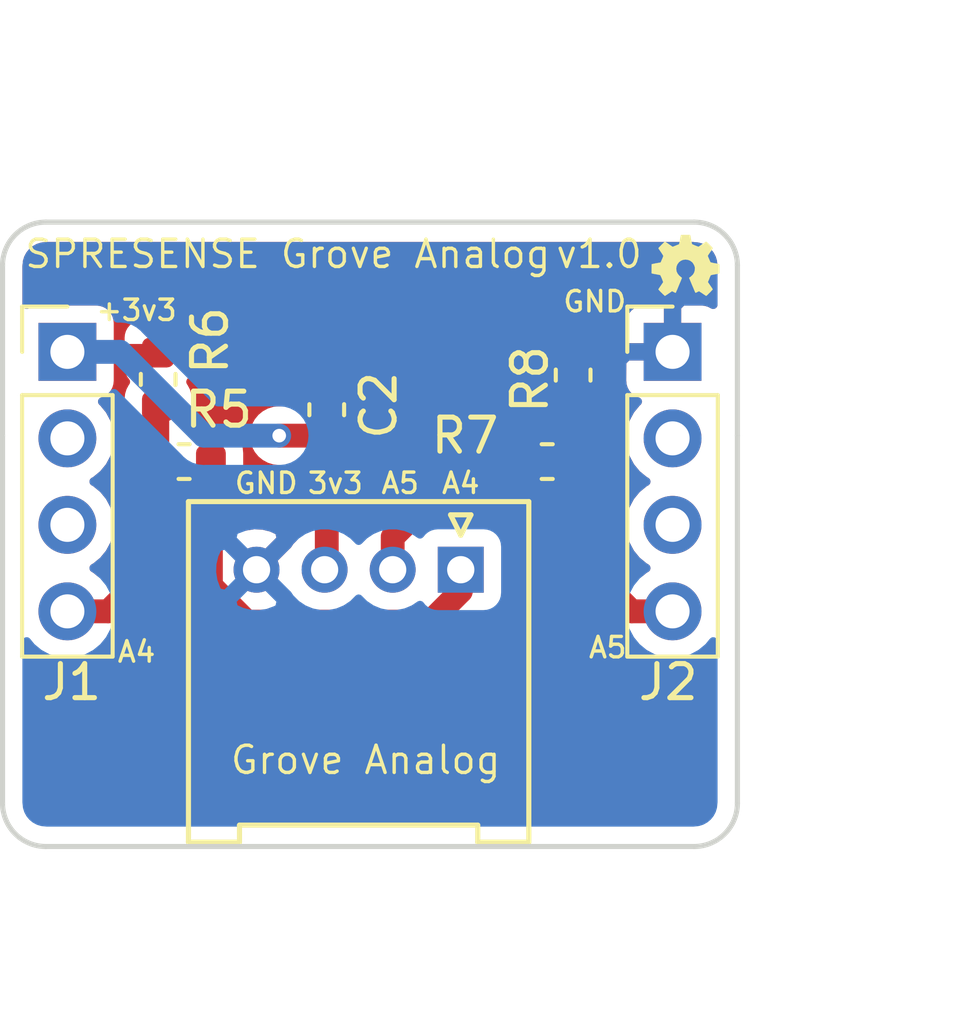
<source format=kicad_pcb>
(kicad_pcb (version 20171130) (host pcbnew "(5.1.4)-1")

  (general
    (thickness 1.6)
    (drawings 23)
    (tracks 29)
    (zones 0)
    (modules 9)
    (nets 7)
  )

  (page A4)
  (title_block
    (title "SPRESENSE Grove Analog")
    (date 2018-09-12)
    (rev v0.2)
  )

  (layers
    (0 F.Cu signal)
    (31 B.Cu signal)
    (32 B.Adhes user)
    (33 F.Adhes user)
    (34 B.Paste user)
    (35 F.Paste user)
    (36 B.SilkS user)
    (37 F.SilkS user)
    (38 B.Mask user)
    (39 F.Mask user)
    (40 Dwgs.User user)
    (41 Cmts.User user)
    (42 Eco1.User user)
    (43 Eco2.User user)
    (44 Edge.Cuts user)
    (45 Margin user)
    (46 B.CrtYd user)
    (47 F.CrtYd user)
    (48 B.Fab user hide)
    (49 F.Fab user hide)
  )

  (setup
    (last_trace_width 0.25)
    (user_trace_width 0.4)
    (user_trace_width 0.5)
    (user_trace_width 0.7)
    (user_trace_width 1)
    (trace_clearance 0.2)
    (zone_clearance 0.508)
    (zone_45_only yes)
    (trace_min 0.2)
    (via_size 0.6)
    (via_drill 0.4)
    (via_min_size 0.4)
    (via_min_drill 0.3)
    (uvia_size 0.3)
    (uvia_drill 0.1)
    (uvias_allowed no)
    (uvia_min_size 0.2)
    (uvia_min_drill 0.1)
    (edge_width 0.15)
    (segment_width 0.2)
    (pcb_text_width 0.3)
    (pcb_text_size 1.5 1.5)
    (mod_edge_width 0.15)
    (mod_text_size 1 1)
    (mod_text_width 0.15)
    (pad_size 1.524 1.524)
    (pad_drill 0.762)
    (pad_to_mask_clearance 0.2)
    (aux_axis_origin 171.196 119.38)
    (grid_origin 171.196 119.38)
    (visible_elements 7FFFF7FF)
    (pcbplotparams
      (layerselection 0x010f0_ffffffff)
      (usegerberextensions true)
      (usegerberattributes false)
      (usegerberadvancedattributes false)
      (creategerberjobfile false)
      (excludeedgelayer true)
      (linewidth 0.100000)
      (plotframeref false)
      (viasonmask false)
      (mode 1)
      (useauxorigin false)
      (hpglpennumber 1)
      (hpglpenspeed 20)
      (hpglpendiameter 15.000000)
      (psnegative false)
      (psa4output false)
      (plotreference true)
      (plotvalue true)
      (plotinvisibletext false)
      (padsonsilk false)
      (subtractmaskfromsilk true)
      (outputformat 1)
      (mirror false)
      (drillshape 0)
      (scaleselection 1)
      (outputdirectory "../../../../Desktop/0000000/SPRESENSE_GROBW_ANA_v02/"))
  )

  (net 0 "")
  (net 1 +3V3)
  (net 2 GND)
  (net 3 A4)
  (net 4 A5)
  (net 5 /AIN4)
  (net 6 /AIN5)

  (net_class Default "これは標準のネット クラスです。"
    (clearance 0.2)
    (trace_width 0.25)
    (via_dia 0.6)
    (via_drill 0.4)
    (uvia_dia 0.3)
    (uvia_drill 0.1)
    (add_net +3V3)
    (add_net /AIN4)
    (add_net /AIN5)
    (add_net A4)
    (add_net A5)
    (add_net GND)
  )

  (module Capacitor_SMD:C_0603_1608Metric (layer F.Cu) (tedit 5B301BBE) (tstamp 5EAFF64D)
    (at 180.721 106.553 90)
    (descr "Capacitor SMD 0603 (1608 Metric), square (rectangular) end terminal, IPC_7351 nominal, (Body size source: http://www.tortai-tech.com/upload/download/2011102023233369053.pdf), generated with kicad-footprint-generator")
    (tags capacitor)
    (path /5BBCDB99)
    (attr smd)
    (fp_text reference C2 (at 0.127 1.524 90) (layer F.SilkS)
      (effects (font (size 1 1) (thickness 0.15)))
    )
    (fp_text value 10uF (at 0 1.43 90) (layer F.Fab)
      (effects (font (size 1 1) (thickness 0.15)))
    )
    (fp_line (start -0.8 0.4) (end -0.8 -0.4) (layer F.Fab) (width 0.1))
    (fp_line (start -0.8 -0.4) (end 0.8 -0.4) (layer F.Fab) (width 0.1))
    (fp_line (start 0.8 -0.4) (end 0.8 0.4) (layer F.Fab) (width 0.1))
    (fp_line (start 0.8 0.4) (end -0.8 0.4) (layer F.Fab) (width 0.1))
    (fp_line (start -0.162779 -0.51) (end 0.162779 -0.51) (layer F.SilkS) (width 0.12))
    (fp_line (start -0.162779 0.51) (end 0.162779 0.51) (layer F.SilkS) (width 0.12))
    (fp_line (start -1.48 0.73) (end -1.48 -0.73) (layer F.CrtYd) (width 0.05))
    (fp_line (start -1.48 -0.73) (end 1.48 -0.73) (layer F.CrtYd) (width 0.05))
    (fp_line (start 1.48 -0.73) (end 1.48 0.73) (layer F.CrtYd) (width 0.05))
    (fp_line (start 1.48 0.73) (end -1.48 0.73) (layer F.CrtYd) (width 0.05))
    (fp_text user %R (at 0 0 90) (layer F.Fab)
      (effects (font (size 0.4 0.4) (thickness 0.06)))
    )
    (pad 1 smd roundrect (at -0.7875 0 90) (size 0.875 0.95) (layers F.Cu F.Paste F.Mask) (roundrect_rratio 0.25)
      (net 1 +3V3))
    (pad 2 smd roundrect (at 0.7875 0 90) (size 0.875 0.95) (layers F.Cu F.Paste F.Mask) (roundrect_rratio 0.25)
      (net 2 GND))
    (model ${KISYS3DMOD}/Capacitor_SMD.3dshapes/C_0603_1608Metric.wrl
      (at (xyz 0 0 0))
      (scale (xyz 1 1 1))
      (rotate (xyz 0 0 0))
    )
  )

  (module Resistor_SMD:R_0603_1608Metric (layer F.Cu) (tedit 5B301BBD) (tstamp 5EAFF587)
    (at 187.198 108.077)
    (descr "Resistor SMD 0603 (1608 Metric), square (rectangular) end terminal, IPC_7351 nominal, (Body size source: http://www.tortai-tech.com/upload/download/2011102023233369053.pdf), generated with kicad-footprint-generator")
    (tags resistor)
    (path /5BBCCB12)
    (attr smd)
    (fp_text reference R7 (at -2.413 -0.762) (layer F.SilkS)
      (effects (font (size 1 1) (thickness 0.15)))
    )
    (fp_text value 39k (at 0 1.43) (layer F.Fab)
      (effects (font (size 1 1) (thickness 0.15)))
    )
    (fp_text user %R (at 0 0) (layer F.Fab)
      (effects (font (size 0.4 0.4) (thickness 0.06)))
    )
    (fp_line (start 1.48 0.73) (end -1.48 0.73) (layer F.CrtYd) (width 0.05))
    (fp_line (start 1.48 -0.73) (end 1.48 0.73) (layer F.CrtYd) (width 0.05))
    (fp_line (start -1.48 -0.73) (end 1.48 -0.73) (layer F.CrtYd) (width 0.05))
    (fp_line (start -1.48 0.73) (end -1.48 -0.73) (layer F.CrtYd) (width 0.05))
    (fp_line (start -0.162779 0.51) (end 0.162779 0.51) (layer F.SilkS) (width 0.12))
    (fp_line (start -0.162779 -0.51) (end 0.162779 -0.51) (layer F.SilkS) (width 0.12))
    (fp_line (start 0.8 0.4) (end -0.8 0.4) (layer F.Fab) (width 0.1))
    (fp_line (start 0.8 -0.4) (end 0.8 0.4) (layer F.Fab) (width 0.1))
    (fp_line (start -0.8 -0.4) (end 0.8 -0.4) (layer F.Fab) (width 0.1))
    (fp_line (start -0.8 0.4) (end -0.8 -0.4) (layer F.Fab) (width 0.1))
    (pad 2 smd roundrect (at 0.7875 0) (size 0.875 0.95) (layers F.Cu F.Paste F.Mask) (roundrect_rratio 0.25)
      (net 6 /AIN5))
    (pad 1 smd roundrect (at -0.7875 0) (size 0.875 0.95) (layers F.Cu F.Paste F.Mask) (roundrect_rratio 0.25)
      (net 4 A5))
    (model ${KISYS3DMOD}/Resistor_SMD.3dshapes/R_0603_1608Metric.wrl
      (at (xyz 0 0 0))
      (scale (xyz 1 1 1))
      (rotate (xyz 0 0 0))
    )
  )

  (module footprint:OSHW-logo_silkscreen-front_2mm (layer F.Cu) (tedit 0) (tstamp 5EAFF5AB)
    (at 191.262 102.315)
    (path /5BBCE32A)
    (fp_text reference LOGO1 (at 0 1.05918) (layer F.SilkS) hide
      (effects (font (size 0.0889 0.0889) (thickness 0.01778)))
    )
    (fp_text value OPEN_HARDWARE_1 (at 0 -1.05918) (layer F.SilkS) hide
      (effects (font (size 0.0889 0.0889) (thickness 0.01778)))
    )
    (fp_poly (pts (xy -0.60452 0.89662) (xy -0.59436 0.89154) (xy -0.5715 0.8763) (xy -0.53848 0.85598)
      (xy -0.49784 0.82804) (xy -0.45974 0.80264) (xy -0.42672 0.77978) (xy -0.40386 0.76454)
      (xy -0.3937 0.75946) (xy -0.38862 0.762) (xy -0.37084 0.77216) (xy -0.3429 0.78486)
      (xy -0.32766 0.79248) (xy -0.30226 0.80518) (xy -0.28956 0.80772) (xy -0.28702 0.80264)
      (xy -0.27686 0.78486) (xy -0.26416 0.75184) (xy -0.24384 0.70866) (xy -0.22352 0.65786)
      (xy -0.20066 0.60198) (xy -0.1778 0.5461) (xy -0.15494 0.49276) (xy -0.13462 0.4445)
      (xy -0.11938 0.4064) (xy -0.10922 0.37846) (xy -0.10414 0.3683) (xy -0.10668 0.36576)
      (xy -0.11938 0.35306) (xy -0.1397 0.33782) (xy -0.18796 0.29718) (xy -0.23368 0.23876)
      (xy -0.26416 0.17272) (xy -0.27178 0.09906) (xy -0.26416 0.03302) (xy -0.23876 -0.03048)
      (xy -0.19304 -0.09144) (xy -0.13716 -0.13462) (xy -0.07112 -0.16256) (xy 0 -0.17018)
      (xy 0.06858 -0.16256) (xy 0.13462 -0.13716) (xy 0.19558 -0.09144) (xy 0.21844 -0.0635)
      (xy 0.254 -0.00254) (xy 0.27432 0.05842) (xy 0.27432 0.07366) (xy 0.27178 0.14478)
      (xy 0.25146 0.21336) (xy 0.2159 0.27178) (xy 0.16256 0.32258) (xy 0.15748 0.32766)
      (xy 0.13208 0.34544) (xy 0.11684 0.3556) (xy 0.10414 0.36576) (xy 0.19304 0.58166)
      (xy 0.20828 0.61722) (xy 0.23368 0.67564) (xy 0.254 0.72644) (xy 0.27178 0.76708)
      (xy 0.28448 0.79248) (xy 0.28956 0.80518) (xy 0.29718 0.80518) (xy 0.31242 0.8001)
      (xy 0.3429 0.78486) (xy 0.36322 0.7747) (xy 0.38608 0.76454) (xy 0.39624 0.75946)
      (xy 0.4064 0.76454) (xy 0.42672 0.77978) (xy 0.45974 0.8001) (xy 0.49784 0.8255)
      (xy 0.5334 0.8509) (xy 0.56896 0.87376) (xy 0.59182 0.889) (xy 0.60452 0.89662)
      (xy 0.60706 0.89662) (xy 0.61722 0.889) (xy 0.63754 0.87376) (xy 0.66548 0.84582)
      (xy 0.70612 0.80518) (xy 0.71374 0.8001) (xy 0.74676 0.76454) (xy 0.7747 0.73406)
      (xy 0.79502 0.71374) (xy 0.8001 0.70612) (xy 0.79502 0.69342) (xy 0.77978 0.66802)
      (xy 0.75692 0.635) (xy 0.72898 0.59436) (xy 0.65786 0.49022) (xy 0.6985 0.3937)
      (xy 0.70866 0.36322) (xy 0.7239 0.32766) (xy 0.7366 0.30226) (xy 0.74168 0.28956)
      (xy 0.75184 0.28702) (xy 0.77978 0.2794) (xy 0.81788 0.27178) (xy 0.8636 0.26416)
      (xy 0.90932 0.254) (xy 0.94742 0.24638) (xy 0.9779 0.2413) (xy 0.9906 0.23876)
      (xy 0.99314 0.23622) (xy 0.99568 0.23114) (xy 0.99822 0.21844) (xy 0.99822 0.19304)
      (xy 0.99822 0.15494) (xy 0.99822 0.09906) (xy 0.99822 0.09398) (xy 0.99822 0.04064)
      (xy 0.99822 0) (xy 0.99568 -0.0254) (xy 0.99314 -0.03556) (xy 0.98044 -0.04064)
      (xy 0.9525 -0.04572) (xy 0.9144 -0.05334) (xy 0.86614 -0.0635) (xy 0.8636 -0.0635)
      (xy 0.81534 -0.07112) (xy 0.77724 -0.08128) (xy 0.7493 -0.08636) (xy 0.7366 -0.09144)
      (xy 0.73406 -0.09398) (xy 0.7239 -0.11176) (xy 0.7112 -0.14224) (xy 0.69596 -0.1778)
      (xy 0.68072 -0.21336) (xy 0.66548 -0.24892) (xy 0.65786 -0.27178) (xy 0.65532 -0.28448)
      (xy 0.66294 -0.29464) (xy 0.67818 -0.32004) (xy 0.70104 -0.35306) (xy 0.72898 -0.3937)
      (xy 0.73152 -0.39878) (xy 0.75946 -0.43688) (xy 0.77978 -0.47244) (xy 0.79502 -0.4953)
      (xy 0.8001 -0.50546) (xy 0.8001 -0.508) (xy 0.79248 -0.51816) (xy 0.77216 -0.54102)
      (xy 0.74168 -0.5715) (xy 0.70612 -0.60706) (xy 0.69596 -0.61722) (xy 0.65786 -0.65532)
      (xy 0.62992 -0.68072) (xy 0.61214 -0.69342) (xy 0.60452 -0.6985) (xy 0.60452 -0.69596)
      (xy 0.59182 -0.69088) (xy 0.56642 -0.6731) (xy 0.5334 -0.65024) (xy 0.49276 -0.6223)
      (xy 0.49022 -0.61976) (xy 0.44958 -0.59436) (xy 0.41656 -0.5715) (xy 0.3937 -0.55626)
      (xy 0.38354 -0.54864) (xy 0.381 -0.54864) (xy 0.36576 -0.55372) (xy 0.33528 -0.56388)
      (xy 0.30226 -0.57658) (xy 0.26416 -0.59182) (xy 0.23114 -0.60706) (xy 0.20574 -0.61722)
      (xy 0.19304 -0.62484) (xy 0.18796 -0.64008) (xy 0.18288 -0.67056) (xy 0.17272 -0.7112)
      (xy 0.1651 -0.75946) (xy 0.16256 -0.76708) (xy 0.15494 -0.81534) (xy 0.14732 -0.85344)
      (xy 0.1397 -0.88138) (xy 0.13716 -0.89408) (xy 0.13208 -0.89408) (xy 0.10668 -0.89662)
      (xy 0.07112 -0.89662) (xy 0.02794 -0.89662) (xy -0.01524 -0.89662) (xy -0.05842 -0.89662)
      (xy -0.09652 -0.89408) (xy -0.12192 -0.89408) (xy -0.13462 -0.89154) (xy -0.13462 -0.889)
      (xy -0.1397 -0.8763) (xy -0.14478 -0.84582) (xy -0.15494 -0.80518) (xy -0.16256 -0.75438)
      (xy -0.1651 -0.74676) (xy -0.17272 -0.6985) (xy -0.18288 -0.6604) (xy -0.18796 -0.63246)
      (xy -0.1905 -0.6223) (xy -0.19558 -0.61976) (xy -0.21336 -0.61214) (xy -0.24638 -0.59944)
      (xy -0.28702 -0.58166) (xy -0.37846 -0.5461) (xy -0.49022 -0.6223) (xy -0.50038 -0.62992)
      (xy -0.54102 -0.65786) (xy -0.57404 -0.67818) (xy -0.5969 -0.69342) (xy -0.60706 -0.6985)
      (xy -0.61722 -0.68834) (xy -0.64008 -0.66802) (xy -0.67056 -0.63754) (xy -0.70612 -0.60452)
      (xy -0.73152 -0.57658) (xy -0.762 -0.5461) (xy -0.78232 -0.52578) (xy -0.79248 -0.51054)
      (xy -0.79756 -0.50292) (xy -0.79502 -0.49784) (xy -0.78994 -0.48514) (xy -0.77216 -0.46228)
      (xy -0.7493 -0.42672) (xy -0.72136 -0.38862) (xy -0.6985 -0.35306) (xy -0.67564 -0.3175)
      (xy -0.6604 -0.28956) (xy -0.65278 -0.27686) (xy -0.65532 -0.27178) (xy -0.66294 -0.24892)
      (xy -0.67564 -0.2159) (xy -0.69342 -0.17526) (xy -0.73152 -0.08636) (xy -0.78994 -0.0762)
      (xy -0.8255 -0.06858) (xy -0.8763 -0.06096) (xy -0.92202 -0.0508) (xy -0.99568 -0.03556)
      (xy -0.99822 0.23114) (xy -0.98806 0.23622) (xy -0.97536 0.2413) (xy -0.94996 0.24638)
      (xy -0.90932 0.254) (xy -0.8636 0.26162) (xy -0.8255 0.26924) (xy -0.78486 0.27686)
      (xy -0.75692 0.28194) (xy -0.74422 0.28448) (xy -0.74168 0.28956) (xy -0.73152 0.30988)
      (xy -0.71628 0.34036) (xy -0.70104 0.37592) (xy -0.6858 0.41402) (xy -0.6731 0.44958)
      (xy -0.66294 0.47498) (xy -0.65786 0.49022) (xy -0.66294 0.50038) (xy -0.67818 0.52324)
      (xy -0.70104 0.55626) (xy -0.72644 0.59436) (xy -0.75438 0.635) (xy -0.77724 0.66802)
      (xy -0.79248 0.69342) (xy -0.8001 0.70358) (xy -0.79502 0.7112) (xy -0.77978 0.72898)
      (xy -0.75184 0.75946) (xy -0.70612 0.80518) (xy -0.6985 0.81026) (xy -0.66548 0.84582)
      (xy -0.635 0.87122) (xy -0.61468 0.89154) (xy -0.60452 0.89662)) (layer F.SilkS) (width 0.00254))
  )

  (module footprint:Grove_4x2.00mm_Angle (layer F.Cu) (tedit 5BBCE9FE) (tstamp 5EAFF60F)
    (at 184.658 111.252 180)
    (tags "connector grove angle")
    (path /5BBCDB85)
    (fp_text reference "Grove Analog" (at 2.794 -5.588 180) (layer F.SilkS)
      (effects (font (size 0.8 0.8) (thickness 0.1)))
    )
    (fp_text value Conn_01x04 (at 2.794 4.191 180) (layer F.Fab)
      (effects (font (size 1 1) (thickness 0.15)))
    )
    (fp_line (start -2 -8) (end 8 -8) (layer F.Fab) (width 0.05))
    (fp_line (start 8 -8) (end 8 2) (layer F.Fab) (width 0.05))
    (fp_line (start 8 2) (end -2 2) (layer F.Fab) (width 0.05))
    (fp_line (start -2 2) (end -2 -8) (layer F.Fab) (width 0.05))
    (fp_line (start -2 2) (end 8 2) (layer F.SilkS) (width 0.15))
    (fp_line (start 8 -8) (end 8 2) (layer F.SilkS) (width 0.15))
    (fp_line (start -0.5 -7.5) (end 6.5 -7.5) (layer F.SilkS) (width 0.15))
    (fp_line (start -0.5 -8) (end -0.5 -7.5) (layer F.SilkS) (width 0.15))
    (fp_line (start -2 -8) (end -0.5 -8) (layer F.SilkS) (width 0.15))
    (fp_line (start -2 2) (end -2 -8) (layer F.SilkS) (width 0.15))
    (fp_line (start 6.5 -7.5) (end 6.5 -8) (layer F.SilkS) (width 0.15))
    (fp_line (start 6.5 -8) (end 8 -8) (layer F.SilkS) (width 0.15))
    (fp_line (start -2.032 -8.04) (end 8.001 -8.04) (layer F.Fab) (width 0.05))
    (fp_line (start 0 1.012) (end -0.3 1.612) (layer F.SilkS) (width 0.15))
    (fp_line (start -0.3 1.612) (end 0.3 1.612) (layer F.SilkS) (width 0.15))
    (fp_line (start 0.3 1.612) (end 0 1.012) (layer F.SilkS) (width 0.15))
    (pad 1 thru_hole rect (at 0 0 180) (size 1.35 1.35) (drill 0.8) (layers *.Cu *.Mask)
      (net 3 A4))
    (pad 2 thru_hole circle (at 2 0 180) (size 1.35 1.35) (drill 0.8) (layers *.Cu *.Mask)
      (net 4 A5))
    (pad 3 thru_hole circle (at 4 0 180) (size 1.35 1.35) (drill 0.8) (layers *.Cu *.Mask)
      (net 1 +3V3))
    (pad 4 thru_hole circle (at 6 0 180) (size 1.35 1.35) (drill 0.8) (layers *.Cu *.Mask)
      (net 2 GND))
    (model ${KISYS3DMOD}/Connectors_JAE.3dshapes/JAE_LY20-08P-2T_2x04x2.00mm_Straight.wrl
      (at (xyz 0 0 0))
      (scale (xyz 1 1 1))
      (rotate (xyz 0 0 0))
    )
  )

  (module Connector_PinHeader_2.54mm:PinHeader_1x04_P2.54mm_Vertical (layer F.Cu) (tedit 59FED5CC) (tstamp 5EAFF5CA)
    (at 173.101 104.855)
    (descr "Through hole straight pin header, 1x04, 2.54mm pitch, single row")
    (tags "Through hole pin header THT 1x04 2.54mm single row")
    (path /5B21FDB7)
    (fp_text reference J1 (at 0.127 9.699) (layer F.SilkS)
      (effects (font (size 1 1) (thickness 0.15)))
    )
    (fp_text value JP1 (at 0 9.95) (layer F.Fab)
      (effects (font (size 1 1) (thickness 0.15)))
    )
    (fp_line (start -0.635 -1.27) (end 1.27 -1.27) (layer F.Fab) (width 0.1))
    (fp_line (start 1.27 -1.27) (end 1.27 8.89) (layer F.Fab) (width 0.1))
    (fp_line (start 1.27 8.89) (end -1.27 8.89) (layer F.Fab) (width 0.1))
    (fp_line (start -1.27 8.89) (end -1.27 -0.635) (layer F.Fab) (width 0.1))
    (fp_line (start -1.27 -0.635) (end -0.635 -1.27) (layer F.Fab) (width 0.1))
    (fp_line (start -1.33 8.95) (end 1.33 8.95) (layer F.SilkS) (width 0.12))
    (fp_line (start -1.33 1.27) (end -1.33 8.95) (layer F.SilkS) (width 0.12))
    (fp_line (start 1.33 1.27) (end 1.33 8.95) (layer F.SilkS) (width 0.12))
    (fp_line (start -1.33 1.27) (end 1.33 1.27) (layer F.SilkS) (width 0.12))
    (fp_line (start -1.33 0) (end -1.33 -1.33) (layer F.SilkS) (width 0.12))
    (fp_line (start -1.33 -1.33) (end 0 -1.33) (layer F.SilkS) (width 0.12))
    (fp_line (start -1.8 -1.8) (end -1.8 9.4) (layer F.CrtYd) (width 0.05))
    (fp_line (start -1.8 9.4) (end 1.8 9.4) (layer F.CrtYd) (width 0.05))
    (fp_line (start 1.8 9.4) (end 1.8 -1.8) (layer F.CrtYd) (width 0.05))
    (fp_line (start 1.8 -1.8) (end -1.8 -1.8) (layer F.CrtYd) (width 0.05))
    (fp_text user %R (at 0 3.81 90) (layer F.Fab)
      (effects (font (size 1 1) (thickness 0.15)))
    )
    (pad 1 thru_hole rect (at 0 0) (size 1.7 1.7) (drill 1) (layers *.Cu *.Mask)
      (net 1 +3V3))
    (pad 2 thru_hole oval (at 0 2.54) (size 1.7 1.7) (drill 1) (layers *.Cu *.Mask))
    (pad 3 thru_hole oval (at 0 5.08) (size 1.7 1.7) (drill 1) (layers *.Cu *.Mask))
    (pad 4 thru_hole oval (at 0 7.62) (size 1.7 1.7) (drill 1) (layers *.Cu *.Mask)
      (net 5 /AIN4))
    (model ${KISYS3DMOD}/Connector_PinHeader_2.54mm.3dshapes/PinHeader_1x04_P2.54mm_Vertical.wrl
      (at (xyz 0 0 0))
      (scale (xyz 1 1 1))
      (rotate (xyz 0 0 0))
    )
  )

  (module Connector_PinHeader_2.54mm:PinHeader_1x04_P2.54mm_Vertical (layer F.Cu) (tedit 59FED5CC) (tstamp 5EAFF549)
    (at 190.881 104.855)
    (descr "Through hole straight pin header, 1x04, 2.54mm pitch, single row")
    (tags "Through hole pin header THT 1x04 2.54mm single row")
    (path /5BBCBE48)
    (fp_text reference J2 (at -0.127 9.699) (layer F.SilkS)
      (effects (font (size 1 1) (thickness 0.15)))
    )
    (fp_text value JP1 (at 0 9.95) (layer F.Fab)
      (effects (font (size 1 1) (thickness 0.15)))
    )
    (fp_text user %R (at 0 3.81 90) (layer F.Fab)
      (effects (font (size 1 1) (thickness 0.15)))
    )
    (fp_line (start 1.8 -1.8) (end -1.8 -1.8) (layer F.CrtYd) (width 0.05))
    (fp_line (start 1.8 9.4) (end 1.8 -1.8) (layer F.CrtYd) (width 0.05))
    (fp_line (start -1.8 9.4) (end 1.8 9.4) (layer F.CrtYd) (width 0.05))
    (fp_line (start -1.8 -1.8) (end -1.8 9.4) (layer F.CrtYd) (width 0.05))
    (fp_line (start -1.33 -1.33) (end 0 -1.33) (layer F.SilkS) (width 0.12))
    (fp_line (start -1.33 0) (end -1.33 -1.33) (layer F.SilkS) (width 0.12))
    (fp_line (start -1.33 1.27) (end 1.33 1.27) (layer F.SilkS) (width 0.12))
    (fp_line (start 1.33 1.27) (end 1.33 8.95) (layer F.SilkS) (width 0.12))
    (fp_line (start -1.33 1.27) (end -1.33 8.95) (layer F.SilkS) (width 0.12))
    (fp_line (start -1.33 8.95) (end 1.33 8.95) (layer F.SilkS) (width 0.12))
    (fp_line (start -1.27 -0.635) (end -0.635 -1.27) (layer F.Fab) (width 0.1))
    (fp_line (start -1.27 8.89) (end -1.27 -0.635) (layer F.Fab) (width 0.1))
    (fp_line (start 1.27 8.89) (end -1.27 8.89) (layer F.Fab) (width 0.1))
    (fp_line (start 1.27 -1.27) (end 1.27 8.89) (layer F.Fab) (width 0.1))
    (fp_line (start -0.635 -1.27) (end 1.27 -1.27) (layer F.Fab) (width 0.1))
    (pad 4 thru_hole oval (at 0 7.62) (size 1.7 1.7) (drill 1) (layers *.Cu *.Mask)
      (net 6 /AIN5))
    (pad 3 thru_hole oval (at 0 5.08) (size 1.7 1.7) (drill 1) (layers *.Cu *.Mask))
    (pad 2 thru_hole oval (at 0 2.54) (size 1.7 1.7) (drill 1) (layers *.Cu *.Mask))
    (pad 1 thru_hole rect (at 0 0) (size 1.7 1.7) (drill 1) (layers *.Cu *.Mask)
      (net 2 GND))
    (model ${KISYS3DMOD}/Connector_PinHeader_2.54mm.3dshapes/PinHeader_1x04_P2.54mm_Vertical.wrl
      (at (xyz 0 0 0))
      (scale (xyz 1 1 1))
      (rotate (xyz 0 0 0))
    )
  )

  (module Resistor_SMD:R_0603_1608Metric (layer F.Cu) (tedit 5B301BBD) (tstamp 5EAFF67D)
    (at 176.53 108.077)
    (descr "Resistor SMD 0603 (1608 Metric), square (rectangular) end terminal, IPC_7351 nominal, (Body size source: http://www.tortai-tech.com/upload/download/2011102023233369053.pdf), generated with kicad-footprint-generator")
    (tags resistor)
    (path /5BBCC1E2)
    (attr smd)
    (fp_text reference R5 (at 1.016 -1.524) (layer F.SilkS)
      (effects (font (size 1 1) (thickness 0.15)))
    )
    (fp_text value 39k (at 0 1.43) (layer F.Fab)
      (effects (font (size 1 1) (thickness 0.15)))
    )
    (fp_text user %R (at 0 0) (layer F.Fab)
      (effects (font (size 0.4 0.4) (thickness 0.06)))
    )
    (fp_line (start 1.48 0.73) (end -1.48 0.73) (layer F.CrtYd) (width 0.05))
    (fp_line (start 1.48 -0.73) (end 1.48 0.73) (layer F.CrtYd) (width 0.05))
    (fp_line (start -1.48 -0.73) (end 1.48 -0.73) (layer F.CrtYd) (width 0.05))
    (fp_line (start -1.48 0.73) (end -1.48 -0.73) (layer F.CrtYd) (width 0.05))
    (fp_line (start -0.162779 0.51) (end 0.162779 0.51) (layer F.SilkS) (width 0.12))
    (fp_line (start -0.162779 -0.51) (end 0.162779 -0.51) (layer F.SilkS) (width 0.12))
    (fp_line (start 0.8 0.4) (end -0.8 0.4) (layer F.Fab) (width 0.1))
    (fp_line (start 0.8 -0.4) (end 0.8 0.4) (layer F.Fab) (width 0.1))
    (fp_line (start -0.8 -0.4) (end 0.8 -0.4) (layer F.Fab) (width 0.1))
    (fp_line (start -0.8 0.4) (end -0.8 -0.4) (layer F.Fab) (width 0.1))
    (pad 2 smd roundrect (at 0.7875 0) (size 0.875 0.95) (layers F.Cu F.Paste F.Mask) (roundrect_rratio 0.25)
      (net 3 A4))
    (pad 1 smd roundrect (at -0.7875 0) (size 0.875 0.95) (layers F.Cu F.Paste F.Mask) (roundrect_rratio 0.25)
      (net 5 /AIN4))
    (model ${KISYS3DMOD}/Resistor_SMD.3dshapes/R_0603_1608Metric.wrl
      (at (xyz 0 0 0))
      (scale (xyz 1 1 1))
      (rotate (xyz 0 0 0))
    )
  )

  (module Resistor_SMD:R_0603_1608Metric (layer F.Cu) (tedit 5B301BBD) (tstamp 5EAFF6AD)
    (at 175.768 105.664 270)
    (descr "Resistor SMD 0603 (1608 Metric), square (rectangular) end terminal, IPC_7351 nominal, (Body size source: http://www.tortai-tech.com/upload/download/2011102023233369053.pdf), generated with kicad-footprint-generator")
    (tags resistor)
    (path /5BBCC150)
    (attr smd)
    (fp_text reference R6 (at -1.143 -1.524 270) (layer F.SilkS)
      (effects (font (size 1 1) (thickness 0.15)))
    )
    (fp_text value 10k (at 0 1.43 270) (layer F.Fab)
      (effects (font (size 1 1) (thickness 0.15)))
    )
    (fp_line (start -0.8 0.4) (end -0.8 -0.4) (layer F.Fab) (width 0.1))
    (fp_line (start -0.8 -0.4) (end 0.8 -0.4) (layer F.Fab) (width 0.1))
    (fp_line (start 0.8 -0.4) (end 0.8 0.4) (layer F.Fab) (width 0.1))
    (fp_line (start 0.8 0.4) (end -0.8 0.4) (layer F.Fab) (width 0.1))
    (fp_line (start -0.162779 -0.51) (end 0.162779 -0.51) (layer F.SilkS) (width 0.12))
    (fp_line (start -0.162779 0.51) (end 0.162779 0.51) (layer F.SilkS) (width 0.12))
    (fp_line (start -1.48 0.73) (end -1.48 -0.73) (layer F.CrtYd) (width 0.05))
    (fp_line (start -1.48 -0.73) (end 1.48 -0.73) (layer F.CrtYd) (width 0.05))
    (fp_line (start 1.48 -0.73) (end 1.48 0.73) (layer F.CrtYd) (width 0.05))
    (fp_line (start 1.48 0.73) (end -1.48 0.73) (layer F.CrtYd) (width 0.05))
    (fp_text user %R (at 0 0 270) (layer F.Fab)
      (effects (font (size 0.4 0.4) (thickness 0.06)))
    )
    (pad 1 smd roundrect (at -0.7875 0 270) (size 0.875 0.95) (layers F.Cu F.Paste F.Mask) (roundrect_rratio 0.25)
      (net 2 GND))
    (pad 2 smd roundrect (at 0.7875 0 270) (size 0.875 0.95) (layers F.Cu F.Paste F.Mask) (roundrect_rratio 0.25)
      (net 5 /AIN4))
    (model ${KISYS3DMOD}/Resistor_SMD.3dshapes/R_0603_1608Metric.wrl
      (at (xyz 0 0 0))
      (scale (xyz 1 1 1))
      (rotate (xyz 0 0 0))
    )
  )

  (module Resistor_SMD:R_0603_1608Metric (layer F.Cu) (tedit 5B301BBD) (tstamp 5EAFF512)
    (at 187.96 105.537 270)
    (descr "Resistor SMD 0603 (1608 Metric), square (rectangular) end terminal, IPC_7351 nominal, (Body size source: http://www.tortai-tech.com/upload/download/2011102023233369053.pdf), generated with kicad-footprint-generator")
    (tags resistor)
    (path /5BBCCA96)
    (attr smd)
    (fp_text reference R8 (at 0.127 1.27 270) (layer F.SilkS)
      (effects (font (size 1 1) (thickness 0.15)))
    )
    (fp_text value 10k (at 0 1.43 270) (layer F.Fab)
      (effects (font (size 1 1) (thickness 0.15)))
    )
    (fp_line (start -0.8 0.4) (end -0.8 -0.4) (layer F.Fab) (width 0.1))
    (fp_line (start -0.8 -0.4) (end 0.8 -0.4) (layer F.Fab) (width 0.1))
    (fp_line (start 0.8 -0.4) (end 0.8 0.4) (layer F.Fab) (width 0.1))
    (fp_line (start 0.8 0.4) (end -0.8 0.4) (layer F.Fab) (width 0.1))
    (fp_line (start -0.162779 -0.51) (end 0.162779 -0.51) (layer F.SilkS) (width 0.12))
    (fp_line (start -0.162779 0.51) (end 0.162779 0.51) (layer F.SilkS) (width 0.12))
    (fp_line (start -1.48 0.73) (end -1.48 -0.73) (layer F.CrtYd) (width 0.05))
    (fp_line (start -1.48 -0.73) (end 1.48 -0.73) (layer F.CrtYd) (width 0.05))
    (fp_line (start 1.48 -0.73) (end 1.48 0.73) (layer F.CrtYd) (width 0.05))
    (fp_line (start 1.48 0.73) (end -1.48 0.73) (layer F.CrtYd) (width 0.05))
    (fp_text user %R (at 0 0 270) (layer F.Fab)
      (effects (font (size 0.4 0.4) (thickness 0.06)))
    )
    (pad 1 smd roundrect (at -0.7875 0 270) (size 0.875 0.95) (layers F.Cu F.Paste F.Mask) (roundrect_rratio 0.25)
      (net 2 GND))
    (pad 2 smd roundrect (at 0.7875 0 270) (size 0.875 0.95) (layers F.Cu F.Paste F.Mask) (roundrect_rratio 0.25)
      (net 6 /AIN5))
    (model ${KISYS3DMOD}/Resistor_SMD.3dshapes/R_0603_1608Metric.wrl
      (at (xyz 0 0 0))
      (scale (xyz 1 1 1))
      (rotate (xyz 0 0 0))
    )
  )

  (dimension 21.59 (width 0.12) (layer Eco1.User)
    (gr_text "21.590 mm" (at 181.991 95.25) (layer Eco1.User)
      (effects (font (size 1 1) (thickness 0.15)))
    )
    (feature1 (pts (xy 192.786 102.315) (xy 192.786 95.933579)))
    (feature2 (pts (xy 171.196 102.315) (xy 171.196 95.933579)))
    (crossbar (pts (xy 171.196 96.52) (xy 192.786 96.52)))
    (arrow1a (pts (xy 192.786 96.52) (xy 191.659496 97.106421)))
    (arrow1b (pts (xy 192.786 96.52) (xy 191.659496 95.933579)))
    (arrow2a (pts (xy 171.196 96.52) (xy 172.322504 97.106421)))
    (arrow2b (pts (xy 171.196 96.52) (xy 172.322504 95.933579)))
  )
  (dimension 18.335 (width 0.12) (layer Eco1.User)
    (gr_text "18.335 mm" (at 198.247 110.2125 270) (layer Eco1.User)
      (effects (font (size 1 1) (thickness 0.15)))
    )
    (feature1 (pts (xy 191.516 119.38) (xy 197.563421 119.38)))
    (feature2 (pts (xy 191.516 101.045) (xy 197.563421 101.045)))
    (crossbar (pts (xy 196.977 101.045) (xy 196.977 119.38)))
    (arrow1a (pts (xy 196.977 119.38) (xy 196.390579 118.253496)))
    (arrow1b (pts (xy 196.977 119.38) (xy 197.563421 118.253496)))
    (arrow2a (pts (xy 196.977 101.045) (xy 196.390579 102.171504)))
    (arrow2b (pts (xy 196.977 101.045) (xy 197.563421 102.171504)))
  )
  (dimension 17.78 (width 0.12) (layer Eco1.User) (tstamp 5EAFF4AA)
    (gr_text "17.780 mm" (at 181.991 125.222) (layer Eco1.User) (tstamp 5EAFF4AB)
      (effects (font (size 1 1) (thickness 0.15)))
    )
    (feature1 (pts (xy 173.101 112.522) (xy 173.101 124.538421)))
    (feature2 (pts (xy 190.881 112.522) (xy 190.881 124.538421)))
    (crossbar (pts (xy 190.881 123.952) (xy 173.101 123.952)))
    (arrow1a (pts (xy 173.101 123.952) (xy 174.227504 123.365579)))
    (arrow1b (pts (xy 173.101 123.952) (xy 174.227504 124.538421)))
    (arrow2a (pts (xy 190.881 123.952) (xy 189.754496 123.365579)))
    (arrow2b (pts (xy 190.881 123.952) (xy 189.754496 124.538421)))
  )
  (gr_text A5 (at 188.976 113.538) (layer F.SilkS) (tstamp 5EAFF485)
    (effects (font (size 0.6 0.6) (thickness 0.1)))
  )
  (gr_line (start 192.786 102.315) (end 192.786 107.315) (layer Edge.Cuts) (width 0.15) (tstamp 5EAFF4A0))
  (gr_line (start 171.196 102.315) (end 171.196 107.315) (layer Edge.Cuts) (width 0.15) (tstamp 5EAFF49A))
  (gr_text A4 (at 184.658 108.712) (layer F.SilkS) (tstamp 5EAFF488)
    (effects (font (size 0.6 0.6) (thickness 0.1)))
  )
  (gr_text A5 (at 182.88 108.712) (layer F.SilkS) (tstamp 5EAFF47C)
    (effects (font (size 0.6 0.6) (thickness 0.1)))
  )
  (gr_text 3v3 (at 180.975 108.712) (layer F.SilkS) (tstamp 5EAFF479)
    (effects (font (size 0.6 0.6) (thickness 0.1)))
  )
  (gr_text GND (at 178.943 108.712) (layer F.SilkS) (tstamp 5EAFF473)
    (effects (font (size 0.6 0.6) (thickness 0.1)))
  )
  (gr_text GND (at 188.595 103.378) (layer F.SilkS) (tstamp 5EAFF470)
    (effects (font (size 0.6 0.6) (thickness 0.1)))
  )
  (gr_text A4 (at 175.133 113.665) (layer F.SilkS) (tstamp 5EAFF482)
    (effects (font (size 0.6 0.6) (thickness 0.1)))
  )
  (gr_text +3v3 (at 175.133 103.632) (layer F.SilkS) (tstamp 5EAFF47F)
    (effects (font (size 0.6 0.6) (thickness 0.1)))
  )
  (gr_text v1.0 (at 188.722 101.981) (layer F.SilkS) (tstamp 5EAFF476)
    (effects (font (size 0.8 0.8) (thickness 0.1)))
  )
  (gr_arc (start 191.516 118.11) (end 192.786 118.11) (angle 90) (layer Edge.Cuts) (width 0.15) (tstamp 5EAFF48B))
  (gr_arc (start 172.466 118.11) (end 172.466 119.38) (angle 90) (layer Edge.Cuts) (width 0.15) (tstamp 5EAFF497))
  (gr_arc (start 172.466 102.315) (end 171.196 102.315) (angle 90) (layer Edge.Cuts) (width 0.15) (tstamp 5EAFF4A3))
  (gr_arc (start 191.516 102.315) (end 191.516 101.045) (angle 90) (layer Edge.Cuts) (width 0.15) (tstamp 5EAFF48E))
  (gr_line (start 172.466 101.045) (end 191.516 101.045) (angle 90) (layer Edge.Cuts) (width 0.15) (tstamp 5EAFF49D))
  (gr_line (start 192.786 107.315) (end 192.786 118.11) (angle 90) (layer Edge.Cuts) (width 0.15) (tstamp 5EAFF494))
  (gr_line (start 171.196 107.315) (end 171.196 118.11) (angle 90) (layer Edge.Cuts) (width 0.15) (tstamp 5EAFF4A6))
  (gr_line (start 172.466 119.38) (end 191.516 119.38) (angle 90) (layer Edge.Cuts) (width 0.15) (tstamp 5EAFF491))
  (gr_text "SPRESENSE Grove Analog" (at 179.578 101.981) (layer F.SilkS) (tstamp 5EAFF46D)
    (effects (font (size 0.8 0.8) (thickness 0.1)))
  )

  (segment (start 180.721 111.189) (end 180.658 111.252) (width 0.7) (layer F.Cu) (net 1) (tstamp 5EAFF4AF))
  (segment (start 180.721 107.3405) (end 180.721 111.189) (width 0.7) (layer F.Cu) (net 1) (tstamp 5EAFF4DC))
  (via (at 179.324 107.315) (size 0.6) (drill 0.4) (layers F.Cu B.Cu) (net 1) (tstamp 5EAFF6CE))
  (segment (start 177.111 107.315) (end 179.324 107.315) (width 0.7) (layer B.Cu) (net 1) (tstamp 5EAFF4EB))
  (segment (start 173.101 104.855) (end 174.651 104.855) (width 0.7) (layer B.Cu) (net 1) (tstamp 5EAFF4D0))
  (segment (start 174.651 104.855) (end 177.111 107.315) (width 0.7) (layer B.Cu) (net 1) (tstamp 5EAFF500))
  (segment (start 180.6955 107.315) (end 180.721 107.3405) (width 0.7) (layer F.Cu) (net 1) (tstamp 5EAFF4F1))
  (segment (start 179.324 107.315) (end 180.6955 107.315) (width 0.7) (layer F.Cu) (net 1) (tstamp 5EAFF4E5))
  (segment (start 184.658 111.887) (end 184.658 111.252) (width 0.7) (layer F.Cu) (net 3) (tstamp 5EAFF4FD))
  (segment (start 183.769 112.776) (end 184.658 111.887) (width 0.7) (layer F.Cu) (net 3) (tstamp 5EAFF4DF))
  (segment (start 178.368998 112.776) (end 183.769 112.776) (width 0.7) (layer F.Cu) (net 3) (tstamp 5EAFF4D3))
  (segment (start 177.3175 108.077) (end 177.3175 111.724502) (width 0.7) (layer F.Cu) (net 3) (tstamp 5EAFF4D9))
  (segment (start 177.3175 111.724502) (end 178.368998 112.776) (width 0.7) (layer F.Cu) (net 3) (tstamp 5EAFF4CD))
  (segment (start 186.4105 108.652) (end 185.4615 109.601) (width 0.7) (layer F.Cu) (net 4) (tstamp 5EAFF4E2))
  (segment (start 186.4105 108.077) (end 186.4105 108.652) (width 0.7) (layer F.Cu) (net 4) (tstamp 5EAFF4F4))
  (segment (start 182.658 110.297406) (end 182.658 111.252) (width 0.7) (layer F.Cu) (net 4) (tstamp 5EAFF4BB))
  (segment (start 183.354406 109.601) (end 182.658 110.297406) (width 0.7) (layer F.Cu) (net 4) (tstamp 5EAFF4FA))
  (segment (start 185.4615 109.601) (end 183.354406 109.601) (width 0.7) (layer F.Cu) (net 4) (tstamp 5EAFF4B8))
  (segment (start 175.7425 111.035581) (end 175.7425 108.077) (width 0.7) (layer F.Cu) (net 5) (tstamp 5EAFF4C4))
  (segment (start 173.101 112.475) (end 174.303081 112.475) (width 0.7) (layer F.Cu) (net 5) (tstamp 5EAFF4BE))
  (segment (start 174.303081 112.475) (end 175.7425 111.035581) (width 0.7) (layer F.Cu) (net 5) (tstamp 5EAFF4D6))
  (segment (start 175.7425 106.477) (end 175.768 106.4515) (width 0.7) (layer F.Cu) (net 5) (tstamp 5EAFF4EE))
  (segment (start 175.7425 108.077) (end 175.7425 106.477) (width 0.7) (layer F.Cu) (net 5) (tstamp 5EAFF4E8))
  (segment (start 189.678919 112.475) (end 187.96 110.756081) (width 0.7) (layer F.Cu) (net 6) (tstamp 5EAFF4C1))
  (segment (start 190.881 112.475) (end 189.678919 112.475) (width 0.7) (layer F.Cu) (net 6) (tstamp 5EAFF4B5))
  (segment (start 187.9855 110.730581) (end 187.9855 108.077) (width 0.7) (layer F.Cu) (net 6) (tstamp 5EAFF4C7))
  (segment (start 187.96 110.756081) (end 187.9855 110.730581) (width 0.7) (layer F.Cu) (net 6) (tstamp 5EAFF4B2))
  (segment (start 187.9855 106.35) (end 187.96 106.3245) (width 0.7) (layer F.Cu) (net 6) (tstamp 5EAFF4F7))
  (segment (start 187.9855 108.077) (end 187.9855 106.35) (width 0.7) (layer F.Cu) (net 6) (tstamp 5EAFF4CA))

  (zone (net 2) (net_name GND) (layer F.Cu) (tstamp 5EAFF6D1) (hatch edge 0.508)
    (connect_pads (clearance 0.508))
    (min_thickness 0.254)
    (fill yes (arc_segments 32) (thermal_gap 0.508) (thermal_bridge_width 0.508))
    (polygon
      (pts
        (xy 171.196 119.38) (xy 171.196 100.965) (xy 192.786 100.965) (xy 192.786 119.38)
      )
    )
    (filled_polygon
      (pts
        (xy 191.624109 101.769005) (xy 191.728101 101.800402) (xy 191.824014 101.851399) (xy 191.908194 101.920055) (xy 191.97744 102.003758)
        (xy 192.029105 102.099311) (xy 192.061227 102.203078) (xy 192.076 102.343641) (xy 192.076 103.469388) (xy 191.97518 103.415498)
        (xy 191.855482 103.379188) (xy 191.731 103.366928) (xy 191.16675 103.37) (xy 191.008 103.52875) (xy 191.008 104.728)
        (xy 191.028 104.728) (xy 191.028 104.982) (xy 191.008 104.982) (xy 191.008 105.002) (xy 190.754 105.002)
        (xy 190.754 104.982) (xy 189.55475 104.982) (xy 189.396 105.14075) (xy 189.392928 105.705) (xy 189.405188 105.829482)
        (xy 189.441498 105.94918) (xy 189.500463 106.059494) (xy 189.579815 106.156185) (xy 189.676506 106.235537) (xy 189.78682 106.294502)
        (xy 189.855687 106.315393) (xy 189.825866 106.339866) (xy 189.640294 106.565986) (xy 189.502401 106.823966) (xy 189.417487 107.103889)
        (xy 189.388815 107.395) (xy 189.417487 107.686111) (xy 189.502401 107.966034) (xy 189.640294 108.224014) (xy 189.825866 108.450134)
        (xy 190.051986 108.635706) (xy 190.106791 108.665) (xy 190.051986 108.694294) (xy 189.825866 108.879866) (xy 189.640294 109.105986)
        (xy 189.502401 109.363966) (xy 189.417487 109.643889) (xy 189.388815 109.935) (xy 189.417487 110.226111) (xy 189.502401 110.506034)
        (xy 189.640294 110.764014) (xy 189.825866 110.990134) (xy 190.051986 111.175706) (xy 190.106791 111.205) (xy 190.051986 111.234294)
        (xy 189.930728 111.333808) (xy 188.9705 110.373581) (xy 188.9705 108.708568) (xy 188.99585 108.661142) (xy 189.044608 108.500408)
        (xy 189.061072 108.33325) (xy 189.061072 107.82075) (xy 189.044608 107.653592) (xy 188.99585 107.492858) (xy 188.9705 107.445432)
        (xy 188.9705 106.941019) (xy 189.00785 106.871142) (xy 189.056608 106.710408) (xy 189.073072 106.54325) (xy 189.073072 106.10575)
        (xy 189.056608 105.938592) (xy 189.00785 105.777858) (xy 188.928671 105.629725) (xy 188.9109 105.60807) (xy 188.965537 105.541494)
        (xy 189.024502 105.43118) (xy 189.060812 105.311482) (xy 189.073072 105.187) (xy 189.07 105.03525) (xy 188.91125 104.8765)
        (xy 188.087 104.8765) (xy 188.087 104.8965) (xy 187.833 104.8965) (xy 187.833 104.8765) (xy 187.00875 104.8765)
        (xy 186.85 105.03525) (xy 186.846928 105.187) (xy 186.859188 105.311482) (xy 186.895498 105.43118) (xy 186.954463 105.541494)
        (xy 187.0091 105.60807) (xy 186.991329 105.629725) (xy 186.91215 105.777858) (xy 186.863392 105.938592) (xy 186.846928 106.10575)
        (xy 186.846928 106.54325) (xy 186.863392 106.710408) (xy 186.91215 106.871142) (xy 186.991329 107.019275) (xy 187.000501 107.030451)
        (xy 187.000501 107.052326) (xy 186.957142 107.02915) (xy 186.796408 106.980392) (xy 186.62925 106.963928) (xy 186.19175 106.963928)
        (xy 186.024592 106.980392) (xy 185.863858 107.02915) (xy 185.715725 107.108329) (xy 185.585885 107.214885) (xy 185.479329 107.344725)
        (xy 185.40015 107.492858) (xy 185.351392 107.653592) (xy 185.334928 107.82075) (xy 185.334928 108.33325) (xy 185.335046 108.334453)
        (xy 185.0535 108.616) (xy 183.402786 108.616) (xy 183.354406 108.611235) (xy 183.306026 108.616) (xy 183.161312 108.630253)
        (xy 182.975639 108.686576) (xy 182.804522 108.77804) (xy 182.654536 108.90113) (xy 182.623695 108.93871) (xy 181.995715 109.566691)
        (xy 181.95813 109.597536) (xy 181.83504 109.747522) (xy 181.749465 109.907622) (xy 181.743576 109.91864) (xy 181.706 110.042512)
        (xy 181.706 108.004726) (xy 181.76885 107.887142) (xy 181.817608 107.726408) (xy 181.834072 107.55925) (xy 181.834072 107.12175)
        (xy 181.817608 106.954592) (xy 181.76885 106.793858) (xy 181.689671 106.645725) (xy 181.6719 106.62407) (xy 181.726537 106.557494)
        (xy 181.785502 106.44718) (xy 181.821812 106.327482) (xy 181.834072 106.203) (xy 181.831 106.05125) (xy 181.67225 105.8925)
        (xy 180.848 105.8925) (xy 180.848 105.9125) (xy 180.594 105.9125) (xy 180.594 105.8925) (xy 179.76975 105.8925)
        (xy 179.611 106.05125) (xy 179.607928 106.203) (xy 179.620188 106.327482) (xy 179.620952 106.33) (xy 179.27562 106.33)
        (xy 179.130906 106.344253) (xy 178.945233 106.400576) (xy 178.774116 106.49204) (xy 178.62413 106.61513) (xy 178.50104 106.765116)
        (xy 178.409576 106.936233) (xy 178.353253 107.121906) (xy 178.334235 107.315) (xy 178.353253 107.508094) (xy 178.409576 107.693767)
        (xy 178.50104 107.864884) (xy 178.62413 108.01487) (xy 178.774116 108.13796) (xy 178.945233 108.229424) (xy 179.130906 108.285747)
        (xy 179.27562 108.3) (xy 179.736 108.3) (xy 179.736001 110.321378) (xy 179.640456 110.416923) (xy 179.565441 110.529191)
        (xy 179.5614 110.528205) (xy 178.837605 111.252) (xy 178.851748 111.266143) (xy 178.672143 111.445748) (xy 178.658 111.431605)
        (xy 178.643858 111.445748) (xy 178.464253 111.266143) (xy 178.478395 111.252) (xy 178.464253 111.237858) (xy 178.643858 111.058253)
        (xy 178.658 111.072395) (xy 179.381795 110.3486) (xy 179.32537 110.117379) (xy 179.091192 110.008983) (xy 178.840367 109.948355)
        (xy 178.582535 109.937826) (xy 178.327602 109.9778) (xy 178.3025 109.987017) (xy 178.3025 108.708568) (xy 178.32785 108.661142)
        (xy 178.376608 108.500408) (xy 178.393072 108.33325) (xy 178.393072 107.82075) (xy 178.376608 107.653592) (xy 178.32785 107.492858)
        (xy 178.248671 107.344725) (xy 178.142115 107.214885) (xy 178.012275 107.108329) (xy 177.864142 107.02915) (xy 177.703408 106.980392)
        (xy 177.53625 106.963928) (xy 177.09875 106.963928) (xy 176.931592 106.980392) (xy 176.804775 107.018861) (xy 176.81585 106.998142)
        (xy 176.864608 106.837408) (xy 176.881072 106.67025) (xy 176.881072 106.23275) (xy 176.864608 106.065592) (xy 176.81585 105.904858)
        (xy 176.736671 105.756725) (xy 176.7189 105.73507) (xy 176.773537 105.668494) (xy 176.832502 105.55818) (xy 176.868812 105.438482)
        (xy 176.879693 105.328) (xy 179.607928 105.328) (xy 179.611 105.47975) (xy 179.76975 105.6385) (xy 180.594 105.6385)
        (xy 180.594 104.85175) (xy 180.848 104.85175) (xy 180.848 105.6385) (xy 181.67225 105.6385) (xy 181.831 105.47975)
        (xy 181.834072 105.328) (xy 181.821812 105.203518) (xy 181.785502 105.08382) (xy 181.726537 104.973506) (xy 181.647185 104.876815)
        (xy 181.550494 104.797463) (xy 181.44018 104.738498) (xy 181.320482 104.702188) (xy 181.196 104.689928) (xy 181.00675 104.693)
        (xy 180.848 104.85175) (xy 180.594 104.85175) (xy 180.43525 104.693) (xy 180.246 104.689928) (xy 180.121518 104.702188)
        (xy 180.00182 104.738498) (xy 179.891506 104.797463) (xy 179.794815 104.876815) (xy 179.715463 104.973506) (xy 179.656498 105.08382)
        (xy 179.620188 105.203518) (xy 179.607928 105.328) (xy 176.879693 105.328) (xy 176.881072 105.314) (xy 176.878 105.16225)
        (xy 176.71925 105.0035) (xy 175.895 105.0035) (xy 175.895 105.0235) (xy 175.641 105.0235) (xy 175.641 105.0035)
        (xy 174.81675 105.0035) (xy 174.658 105.16225) (xy 174.654928 105.314) (xy 174.667188 105.438482) (xy 174.703498 105.55818)
        (xy 174.762463 105.668494) (xy 174.8171 105.73507) (xy 174.799329 105.756725) (xy 174.72015 105.904858) (xy 174.671392 106.065592)
        (xy 174.654928 106.23275) (xy 174.654928 106.67025) (xy 174.671392 106.837408) (xy 174.72015 106.998142) (xy 174.757501 107.06802)
        (xy 174.7575 107.445431) (xy 174.73215 107.492858) (xy 174.683392 107.653592) (xy 174.666928 107.82075) (xy 174.666928 108.33325)
        (xy 174.683392 108.500408) (xy 174.73215 108.661142) (xy 174.757501 108.70857) (xy 174.7575 110.62758) (xy 174.051272 111.333808)
        (xy 173.930014 111.234294) (xy 173.875209 111.205) (xy 173.930014 111.175706) (xy 174.156134 110.990134) (xy 174.341706 110.764014)
        (xy 174.479599 110.506034) (xy 174.564513 110.226111) (xy 174.593185 109.935) (xy 174.564513 109.643889) (xy 174.479599 109.363966)
        (xy 174.341706 109.105986) (xy 174.156134 108.879866) (xy 173.930014 108.694294) (xy 173.875209 108.665) (xy 173.930014 108.635706)
        (xy 174.156134 108.450134) (xy 174.341706 108.224014) (xy 174.479599 107.966034) (xy 174.564513 107.686111) (xy 174.593185 107.395)
        (xy 174.564513 107.103889) (xy 174.479599 106.823966) (xy 174.341706 106.565986) (xy 174.156134 106.339866) (xy 174.126313 106.315393)
        (xy 174.19518 106.294502) (xy 174.305494 106.235537) (xy 174.402185 106.156185) (xy 174.481537 106.059494) (xy 174.540502 105.94918)
        (xy 174.576812 105.829482) (xy 174.589072 105.705) (xy 174.589072 104.439) (xy 174.654928 104.439) (xy 174.658 104.59075)
        (xy 174.81675 104.7495) (xy 175.641 104.7495) (xy 175.641 103.96275) (xy 175.895 103.96275) (xy 175.895 104.7495)
        (xy 176.71925 104.7495) (xy 176.878 104.59075) (xy 176.881072 104.439) (xy 176.868812 104.314518) (xy 176.868049 104.312)
        (xy 186.846928 104.312) (xy 186.85 104.46375) (xy 187.00875 104.6225) (xy 187.833 104.6225) (xy 187.833 103.83575)
        (xy 188.087 103.83575) (xy 188.087 104.6225) (xy 188.91125 104.6225) (xy 189.07 104.46375) (xy 189.073072 104.312)
        (xy 189.060812 104.187518) (xy 189.024502 104.06782) (xy 188.990924 104.005) (xy 189.392928 104.005) (xy 189.396 104.56925)
        (xy 189.55475 104.728) (xy 190.754 104.728) (xy 190.754 103.52875) (xy 190.59525 103.37) (xy 190.031 103.366928)
        (xy 189.906518 103.379188) (xy 189.78682 103.415498) (xy 189.676506 103.474463) (xy 189.579815 103.553815) (xy 189.500463 103.650506)
        (xy 189.441498 103.76082) (xy 189.405188 103.880518) (xy 189.392928 104.005) (xy 188.990924 104.005) (xy 188.965537 103.957506)
        (xy 188.886185 103.860815) (xy 188.789494 103.781463) (xy 188.67918 103.722498) (xy 188.559482 103.686188) (xy 188.435 103.673928)
        (xy 188.24575 103.677) (xy 188.087 103.83575) (xy 187.833 103.83575) (xy 187.67425 103.677) (xy 187.485 103.673928)
        (xy 187.360518 103.686188) (xy 187.24082 103.722498) (xy 187.130506 103.781463) (xy 187.033815 103.860815) (xy 186.954463 103.957506)
        (xy 186.895498 104.06782) (xy 186.859188 104.187518) (xy 186.846928 104.312) (xy 176.868049 104.312) (xy 176.832502 104.19482)
        (xy 176.773537 104.084506) (xy 176.694185 103.987815) (xy 176.597494 103.908463) (xy 176.48718 103.849498) (xy 176.367482 103.813188)
        (xy 176.243 103.800928) (xy 176.05375 103.804) (xy 175.895 103.96275) (xy 175.641 103.96275) (xy 175.48225 103.804)
        (xy 175.293 103.800928) (xy 175.168518 103.813188) (xy 175.04882 103.849498) (xy 174.938506 103.908463) (xy 174.841815 103.987815)
        (xy 174.762463 104.084506) (xy 174.703498 104.19482) (xy 174.667188 104.314518) (xy 174.654928 104.439) (xy 174.589072 104.439)
        (xy 174.589072 104.005) (xy 174.576812 103.880518) (xy 174.540502 103.76082) (xy 174.481537 103.650506) (xy 174.402185 103.553815)
        (xy 174.305494 103.474463) (xy 174.19518 103.415498) (xy 174.075482 103.379188) (xy 173.951 103.366928) (xy 172.251 103.366928)
        (xy 172.126518 103.379188) (xy 172.00682 103.415498) (xy 171.906 103.469388) (xy 171.906 102.34972) (xy 171.920005 102.206891)
        (xy 171.951402 102.102899) (xy 172.002399 102.006986) (xy 172.071055 101.922806) (xy 172.154758 101.85356) (xy 172.250311 101.801895)
        (xy 172.354078 101.769773) (xy 172.494641 101.755) (xy 191.48128 101.755)
      )
    )
  )
  (zone (net 2) (net_name GND) (layer B.Cu) (tstamp 5EAFF6D4) (hatch edge 0.508)
    (connect_pads (clearance 0.508))
    (min_thickness 0.254)
    (fill yes (arc_segments 32) (thermal_gap 0.508) (thermal_bridge_width 0.508))
    (polygon
      (pts
        (xy 171.196 119.38) (xy 171.196 100.965) (xy 192.913 100.965) (xy 192.913 119.38)
      )
    )
    (filled_polygon
      (pts
        (xy 191.624109 101.769005) (xy 191.728101 101.800402) (xy 191.824014 101.851399) (xy 191.908194 101.920055) (xy 191.97744 102.003758)
        (xy 192.029105 102.099311) (xy 192.061227 102.203078) (xy 192.076 102.343641) (xy 192.076 103.469388) (xy 191.97518 103.415498)
        (xy 191.855482 103.379188) (xy 191.731 103.366928) (xy 191.16675 103.37) (xy 191.008 103.52875) (xy 191.008 104.728)
        (xy 191.028 104.728) (xy 191.028 104.982) (xy 191.008 104.982) (xy 191.008 105.002) (xy 190.754 105.002)
        (xy 190.754 104.982) (xy 189.55475 104.982) (xy 189.396 105.14075) (xy 189.392928 105.705) (xy 189.405188 105.829482)
        (xy 189.441498 105.94918) (xy 189.500463 106.059494) (xy 189.579815 106.156185) (xy 189.676506 106.235537) (xy 189.78682 106.294502)
        (xy 189.855687 106.315393) (xy 189.825866 106.339866) (xy 189.640294 106.565986) (xy 189.502401 106.823966) (xy 189.417487 107.103889)
        (xy 189.388815 107.395) (xy 189.417487 107.686111) (xy 189.502401 107.966034) (xy 189.640294 108.224014) (xy 189.825866 108.450134)
        (xy 190.051986 108.635706) (xy 190.106791 108.665) (xy 190.051986 108.694294) (xy 189.825866 108.879866) (xy 189.640294 109.105986)
        (xy 189.502401 109.363966) (xy 189.417487 109.643889) (xy 189.388815 109.935) (xy 189.417487 110.226111) (xy 189.502401 110.506034)
        (xy 189.640294 110.764014) (xy 189.825866 110.990134) (xy 190.051986 111.175706) (xy 190.106791 111.205) (xy 190.051986 111.234294)
        (xy 189.825866 111.419866) (xy 189.640294 111.645986) (xy 189.502401 111.903966) (xy 189.417487 112.183889) (xy 189.388815 112.475)
        (xy 189.417487 112.766111) (xy 189.502401 113.046034) (xy 189.640294 113.304014) (xy 189.825866 113.530134) (xy 190.051986 113.715706)
        (xy 190.309966 113.853599) (xy 190.589889 113.938513) (xy 190.80805 113.96) (xy 190.95395 113.96) (xy 191.172111 113.938513)
        (xy 191.452034 113.853599) (xy 191.710014 113.715706) (xy 191.936134 113.530134) (xy 192.076001 113.359706) (xy 192.076001 118.07527)
        (xy 192.061995 118.218109) (xy 192.030599 118.322099) (xy 191.979601 118.418013) (xy 191.910941 118.502199) (xy 191.827243 118.571439)
        (xy 191.731689 118.623105) (xy 191.627922 118.655227) (xy 191.487359 118.67) (xy 172.50072 118.67) (xy 172.357891 118.655995)
        (xy 172.253901 118.624599) (xy 172.157987 118.573601) (xy 172.073801 118.504941) (xy 172.004561 118.421243) (xy 171.952895 118.325689)
        (xy 171.920773 118.221922) (xy 171.906 118.081359) (xy 171.906 113.359707) (xy 172.045866 113.530134) (xy 172.271986 113.715706)
        (xy 172.529966 113.853599) (xy 172.809889 113.938513) (xy 173.02805 113.96) (xy 173.17395 113.96) (xy 173.392111 113.938513)
        (xy 173.672034 113.853599) (xy 173.930014 113.715706) (xy 174.156134 113.530134) (xy 174.341706 113.304014) (xy 174.479599 113.046034)
        (xy 174.564513 112.766111) (xy 174.593185 112.475) (xy 174.564513 112.183889) (xy 174.555871 112.1554) (xy 177.934205 112.1554)
        (xy 177.99063 112.386621) (xy 178.224808 112.495017) (xy 178.475633 112.555645) (xy 178.733465 112.566174) (xy 178.988398 112.5262)
        (xy 179.230633 112.437259) (xy 179.32537 112.386621) (xy 179.381795 112.1554) (xy 178.658 111.431605) (xy 177.934205 112.1554)
        (xy 174.555871 112.1554) (xy 174.479599 111.903966) (xy 174.341706 111.645986) (xy 174.156134 111.419866) (xy 174.043544 111.327465)
        (xy 177.343826 111.327465) (xy 177.3838 111.582398) (xy 177.472741 111.824633) (xy 177.523379 111.91937) (xy 177.7546 111.975795)
        (xy 178.478395 111.252) (xy 178.837605 111.252) (xy 179.5614 111.975795) (xy 179.565441 111.974809) (xy 179.640456 112.087077)
        (xy 179.822923 112.269544) (xy 180.037482 112.412907) (xy 180.275887 112.511658) (xy 180.528976 112.562) (xy 180.787024 112.562)
        (xy 181.040113 112.511658) (xy 181.278518 112.412907) (xy 181.493077 112.269544) (xy 181.658 112.104621) (xy 181.822923 112.269544)
        (xy 182.037482 112.412907) (xy 182.275887 112.511658) (xy 182.528976 112.562) (xy 182.787024 112.562) (xy 183.040113 112.511658)
        (xy 183.278518 112.412907) (xy 183.460513 112.291303) (xy 183.531815 112.378185) (xy 183.628506 112.457537) (xy 183.73882 112.516502)
        (xy 183.858518 112.552812) (xy 183.983 112.565072) (xy 185.333 112.565072) (xy 185.457482 112.552812) (xy 185.57718 112.516502)
        (xy 185.687494 112.457537) (xy 185.784185 112.378185) (xy 185.863537 112.281494) (xy 185.922502 112.17118) (xy 185.958812 112.051482)
        (xy 185.971072 111.927) (xy 185.971072 110.577) (xy 185.958812 110.452518) (xy 185.922502 110.33282) (xy 185.863537 110.222506)
        (xy 185.784185 110.125815) (xy 185.687494 110.046463) (xy 185.57718 109.987498) (xy 185.457482 109.951188) (xy 185.333 109.938928)
        (xy 183.983 109.938928) (xy 183.858518 109.951188) (xy 183.73882 109.987498) (xy 183.628506 110.046463) (xy 183.531815 110.125815)
        (xy 183.460513 110.212697) (xy 183.278518 110.091093) (xy 183.040113 109.992342) (xy 182.787024 109.942) (xy 182.528976 109.942)
        (xy 182.275887 109.992342) (xy 182.037482 110.091093) (xy 181.822923 110.234456) (xy 181.658 110.399379) (xy 181.493077 110.234456)
        (xy 181.278518 110.091093) (xy 181.040113 109.992342) (xy 180.787024 109.942) (xy 180.528976 109.942) (xy 180.275887 109.992342)
        (xy 180.037482 110.091093) (xy 179.822923 110.234456) (xy 179.640456 110.416923) (xy 179.565441 110.529191) (xy 179.5614 110.528205)
        (xy 178.837605 111.252) (xy 178.478395 111.252) (xy 177.7546 110.528205) (xy 177.523379 110.58463) (xy 177.414983 110.818808)
        (xy 177.354355 111.069633) (xy 177.343826 111.327465) (xy 174.043544 111.327465) (xy 173.930014 111.234294) (xy 173.875209 111.205)
        (xy 173.930014 111.175706) (xy 174.156134 110.990134) (xy 174.341706 110.764014) (xy 174.479599 110.506034) (xy 174.527356 110.3486)
        (xy 177.934205 110.3486) (xy 178.658 111.072395) (xy 179.381795 110.3486) (xy 179.32537 110.117379) (xy 179.091192 110.008983)
        (xy 178.840367 109.948355) (xy 178.582535 109.937826) (xy 178.327602 109.9778) (xy 178.085367 110.066741) (xy 177.99063 110.117379)
        (xy 177.934205 110.3486) (xy 174.527356 110.3486) (xy 174.564513 110.226111) (xy 174.593185 109.935) (xy 174.564513 109.643889)
        (xy 174.479599 109.363966) (xy 174.341706 109.105986) (xy 174.156134 108.879866) (xy 173.930014 108.694294) (xy 173.875209 108.665)
        (xy 173.930014 108.635706) (xy 174.156134 108.450134) (xy 174.341706 108.224014) (xy 174.479599 107.966034) (xy 174.564513 107.686111)
        (xy 174.593185 107.395) (xy 174.564513 107.103889) (xy 174.479599 106.823966) (xy 174.341706 106.565986) (xy 174.156134 106.339866)
        (xy 174.126313 106.315393) (xy 174.19518 106.294502) (xy 174.305494 106.235537) (xy 174.402185 106.156185) (xy 174.472953 106.069953)
        (xy 176.380284 107.977284) (xy 176.41113 108.01487) (xy 176.561116 108.13796) (xy 176.732233 108.229424) (xy 176.874691 108.272638)
        (xy 176.917905 108.285747) (xy 177.110999 108.304765) (xy 177.159379 108.3) (xy 179.37238 108.3) (xy 179.517094 108.285747)
        (xy 179.702767 108.229424) (xy 179.873884 108.13796) (xy 180.02387 108.01487) (xy 180.14696 107.864884) (xy 180.238424 107.693767)
        (xy 180.294747 107.508094) (xy 180.313765 107.315) (xy 180.294747 107.121906) (xy 180.238424 106.936233) (xy 180.14696 106.765116)
        (xy 180.02387 106.61513) (xy 179.873884 106.49204) (xy 179.702767 106.400576) (xy 179.517094 106.344253) (xy 179.37238 106.33)
        (xy 177.519 106.33) (xy 175.381716 104.192716) (xy 175.35087 104.15513) (xy 175.200884 104.03204) (xy 175.150296 104.005)
        (xy 189.392928 104.005) (xy 189.396 104.56925) (xy 189.55475 104.728) (xy 190.754 104.728) (xy 190.754 103.52875)
        (xy 190.59525 103.37) (xy 190.031 103.366928) (xy 189.906518 103.379188) (xy 189.78682 103.415498) (xy 189.676506 103.474463)
        (xy 189.579815 103.553815) (xy 189.500463 103.650506) (xy 189.441498 103.76082) (xy 189.405188 103.880518) (xy 189.392928 104.005)
        (xy 175.150296 104.005) (xy 175.029767 103.940576) (xy 174.844094 103.884253) (xy 174.69938 103.87) (xy 174.651 103.865235)
        (xy 174.60262 103.87) (xy 174.573621 103.87) (xy 174.540502 103.76082) (xy 174.481537 103.650506) (xy 174.402185 103.553815)
        (xy 174.305494 103.474463) (xy 174.19518 103.415498) (xy 174.075482 103.379188) (xy 173.951 103.366928) (xy 172.251 103.366928)
        (xy 172.126518 103.379188) (xy 172.00682 103.415498) (xy 171.906 103.469388) (xy 171.906 102.34972) (xy 171.920005 102.206891)
        (xy 171.951402 102.102899) (xy 172.002399 102.006986) (xy 172.071055 101.922806) (xy 172.154758 101.85356) (xy 172.250311 101.801895)
        (xy 172.354078 101.769773) (xy 172.494641 101.755) (xy 191.48128 101.755)
      )
    )
  )
)

</source>
